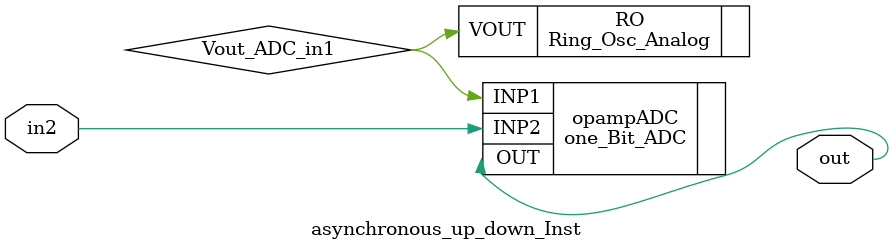
<source format=v>
module asynchronous_up_down_Inst
(
input in2,

output out,
);

wire Vout_ADC_in1;


Ring_Osc_Analog RO(.VOUT(Vout_ADC_in1));

one_Bit_ADC opampADC(.INP1(Vout_ADC_in1),
                     .INP2(in2),
                     .OUT(out));



endmodule

</source>
